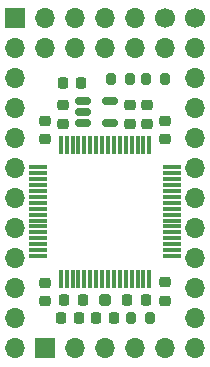
<source format=gbr>
%TF.GenerationSoftware,KiCad,Pcbnew,8.0.5*%
%TF.CreationDate,2025-07-03T08:28:17+01:00*%
%TF.ProjectId,sdrr rev e,73647272-2072-4657-9620-652e6b696361,rev?*%
%TF.SameCoordinates,Original*%
%TF.FileFunction,Soldermask,Top*%
%TF.FilePolarity,Negative*%
%FSLAX46Y46*%
G04 Gerber Fmt 4.6, Leading zero omitted, Abs format (unit mm)*
G04 Created by KiCad (PCBNEW 8.0.5) date 2025-07-03 08:28:17*
%MOMM*%
%LPD*%
G01*
G04 APERTURE LIST*
G04 Aperture macros list*
%AMRoundRect*
0 Rectangle with rounded corners*
0 $1 Rounding radius*
0 $2 $3 $4 $5 $6 $7 $8 $9 X,Y pos of 4 corners*
0 Add a 4 corners polygon primitive as box body*
4,1,4,$2,$3,$4,$5,$6,$7,$8,$9,$2,$3,0*
0 Add four circle primitives for the rounded corners*
1,1,$1+$1,$2,$3*
1,1,$1+$1,$4,$5*
1,1,$1+$1,$6,$7*
1,1,$1+$1,$8,$9*
0 Add four rect primitives between the rounded corners*
20,1,$1+$1,$2,$3,$4,$5,0*
20,1,$1+$1,$4,$5,$6,$7,0*
20,1,$1+$1,$6,$7,$8,$9,0*
20,1,$1+$1,$8,$9,$2,$3,0*%
G04 Aperture macros list end*
%ADD10RoundRect,0.200000X0.200000X0.275000X-0.200000X0.275000X-0.200000X-0.275000X0.200000X-0.275000X0*%
%ADD11RoundRect,0.225000X0.225000X0.250000X-0.225000X0.250000X-0.225000X-0.250000X0.225000X-0.250000X0*%
%ADD12RoundRect,0.225000X0.250000X-0.225000X0.250000X0.225000X-0.250000X0.225000X-0.250000X-0.225000X0*%
%ADD13RoundRect,0.150000X-0.512500X-0.150000X0.512500X-0.150000X0.512500X0.150000X-0.512500X0.150000X0*%
%ADD14RoundRect,0.250000X-0.250000X-0.250000X0.250000X-0.250000X0.250000X0.250000X-0.250000X0.250000X0*%
%ADD15RoundRect,0.200000X-0.200000X-0.275000X0.200000X-0.275000X0.200000X0.275000X-0.200000X0.275000X0*%
%ADD16RoundRect,0.225000X-0.250000X0.225000X-0.250000X-0.225000X0.250000X-0.225000X0.250000X0.225000X0*%
%ADD17C,1.700000*%
%ADD18O,1.700000X1.700000*%
%ADD19R,1.700000X1.700000*%
%ADD20RoundRect,0.225000X-0.225000X-0.250000X0.225000X-0.250000X0.225000X0.250000X-0.225000X0.250000X0*%
%ADD21RoundRect,0.075000X-0.075000X0.700000X-0.075000X-0.700000X0.075000X-0.700000X0.075000X0.700000X0*%
%ADD22RoundRect,0.075000X-0.700000X0.075000X-0.700000X-0.075000X0.700000X-0.075000X0.700000X0.075000X0*%
%ADD23RoundRect,0.218750X-0.218750X-0.256250X0.218750X-0.256250X0.218750X0.256250X-0.218750X0.256250X0*%
G04 APERTURE END LIST*
D10*
%TO.C,R3*%
X113042200Y-57124600D03*
X111392200Y-57124600D03*
%TD*%
D11*
%TO.C,C1*%
X107201000Y-37236400D03*
X105651000Y-37236400D03*
%TD*%
D12*
%TO.C,C3*%
X112801400Y-40678400D03*
X112801400Y-39128400D03*
%TD*%
%TO.C,C2*%
X111302800Y-40678400D03*
X111302800Y-39128400D03*
%TD*%
D13*
%TO.C,U3*%
X107351400Y-38760400D03*
X107351400Y-39710400D03*
X107351400Y-40660400D03*
X109626400Y-40660400D03*
X109626400Y-38760400D03*
%TD*%
D14*
%TO.C,TP1*%
X109220000Y-55609800D03*
%TD*%
D11*
%TO.C,RC5*%
X107023200Y-57150000D03*
X105473200Y-57150000D03*
%TD*%
D15*
%TO.C,R2*%
X112687600Y-36880800D03*
X114337600Y-36880800D03*
%TD*%
D12*
%TO.C,C7*%
X104165400Y-41999200D03*
X104165400Y-40449200D03*
%TD*%
D16*
%TO.C,C6*%
X114274600Y-54114400D03*
X114274600Y-55664400D03*
%TD*%
D17*
%TO.C,J2*%
X114300000Y-31750000D03*
D18*
X114300000Y-34290000D03*
X111760000Y-31750000D03*
X111760000Y-34290000D03*
X109220000Y-31750000D03*
X109220000Y-34290000D03*
X106680000Y-31750000D03*
X106680000Y-34290000D03*
X104140000Y-31750000D03*
X104140000Y-34290000D03*
%TD*%
D19*
%TO.C,U2*%
X101600000Y-31750000D03*
D18*
X101600000Y-34290000D03*
X101600000Y-36830000D03*
X101600000Y-39370000D03*
X101600000Y-41910000D03*
X101600000Y-44450000D03*
X101600000Y-46990000D03*
X101600000Y-49530000D03*
X101600000Y-52070000D03*
X101600000Y-54610000D03*
X101600000Y-57150000D03*
X101600000Y-59690000D03*
X116840000Y-59690000D03*
X116840000Y-57150000D03*
X116840000Y-54610000D03*
X116840000Y-52070000D03*
X116840000Y-49530000D03*
X116840000Y-46990000D03*
X116840000Y-44450000D03*
X116840000Y-41910000D03*
X116840000Y-39370000D03*
X116840000Y-36830000D03*
X116840000Y-34290000D03*
D17*
X116840000Y-31750000D03*
%TD*%
D20*
%TO.C,RC4*%
X111112000Y-55600600D03*
X112662000Y-55600600D03*
%TD*%
D21*
%TO.C,U1*%
X112970000Y-42458000D03*
X112470000Y-42458000D03*
X111970000Y-42458000D03*
X111470000Y-42458000D03*
X110970000Y-42458000D03*
X110470000Y-42458000D03*
X109970000Y-42458000D03*
X109470000Y-42458000D03*
X108970000Y-42458000D03*
X108470000Y-42458000D03*
X107970000Y-42458000D03*
X107470000Y-42458000D03*
X106970000Y-42458000D03*
X106470000Y-42458000D03*
X105970000Y-42458000D03*
X105470000Y-42458000D03*
D22*
X103545000Y-44383000D03*
X103545000Y-44883000D03*
X103545000Y-45383000D03*
X103545000Y-45883000D03*
X103545000Y-46383000D03*
X103545000Y-46883000D03*
X103545000Y-47383000D03*
X103545000Y-47883000D03*
X103545000Y-48383000D03*
X103545000Y-48883000D03*
X103545000Y-49383000D03*
X103545000Y-49883000D03*
X103545000Y-50383000D03*
X103545000Y-50883000D03*
X103545000Y-51383000D03*
X103545000Y-51883000D03*
D21*
X105470000Y-53808000D03*
X105970000Y-53808000D03*
X106470000Y-53808000D03*
X106970000Y-53808000D03*
X107470000Y-53808000D03*
X107970000Y-53808000D03*
X108470000Y-53808000D03*
X108970000Y-53808000D03*
X109470000Y-53808000D03*
X109970000Y-53808000D03*
X110470000Y-53808000D03*
X110970000Y-53808000D03*
X111470000Y-53808000D03*
X111970000Y-53808000D03*
X112470000Y-53808000D03*
X112970000Y-53808000D03*
D22*
X114895000Y-51883000D03*
X114895000Y-51383000D03*
X114895000Y-50883000D03*
X114895000Y-50383000D03*
X114895000Y-49883000D03*
X114895000Y-49383000D03*
X114895000Y-48883000D03*
X114895000Y-48383000D03*
X114895000Y-47883000D03*
X114895000Y-47383000D03*
X114895000Y-46883000D03*
X114895000Y-46383000D03*
X114895000Y-45883000D03*
X114895000Y-45383000D03*
X114895000Y-44883000D03*
X114895000Y-44383000D03*
%TD*%
D16*
%TO.C,C4*%
X104165400Y-54139800D03*
X104165400Y-55689800D03*
%TD*%
D12*
%TO.C,C5*%
X105664000Y-40678400D03*
X105664000Y-39128400D03*
%TD*%
D20*
%TO.C,C9*%
X105778000Y-55600600D03*
X107328000Y-55600600D03*
%TD*%
D19*
%TO.C,J1*%
X104140000Y-59690000D03*
D18*
X106680000Y-59690000D03*
X109220000Y-59690000D03*
X111760000Y-59690000D03*
X114300000Y-59690000D03*
%TD*%
D23*
%TO.C,D1*%
X108432500Y-57124600D03*
X110007500Y-57124600D03*
%TD*%
D12*
%TO.C,C8*%
X114300000Y-41999200D03*
X114300000Y-40449200D03*
%TD*%
D15*
%TO.C,R1*%
X109690400Y-36880800D03*
X111340400Y-36880800D03*
%TD*%
M02*

</source>
